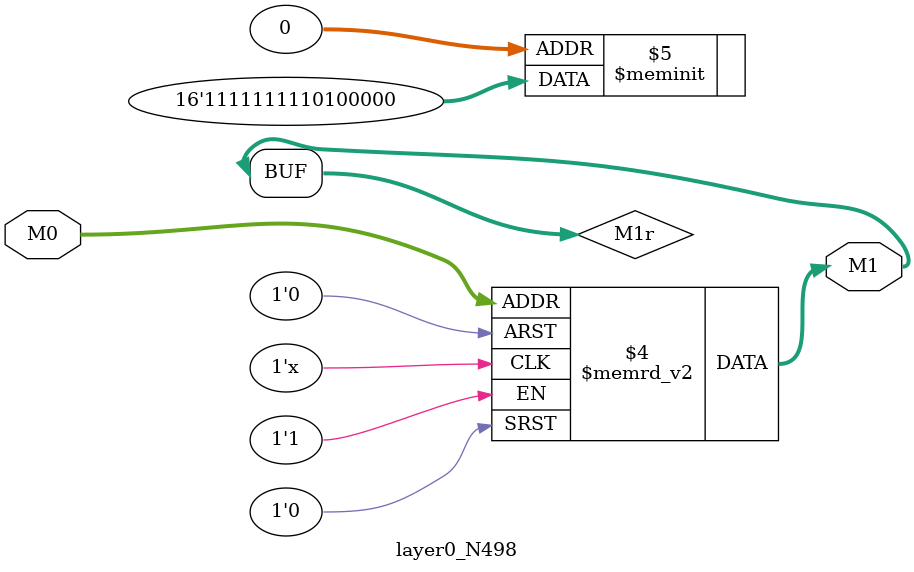
<source format=v>
module layer0_N498 ( input [2:0] M0, output [1:0] M1 );

	(*rom_style = "distributed" *) reg [1:0] M1r;
	assign M1 = M1r;
	always @ (M0) begin
		case (M0)
			3'b000: M1r = 2'b00;
			3'b100: M1r = 2'b11;
			3'b010: M1r = 2'b10;
			3'b110: M1r = 2'b11;
			3'b001: M1r = 2'b00;
			3'b101: M1r = 2'b11;
			3'b011: M1r = 2'b10;
			3'b111: M1r = 2'b11;

		endcase
	end
endmodule

</source>
